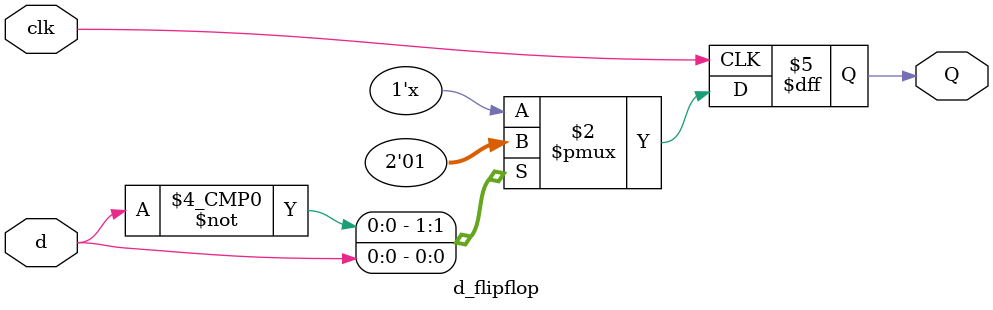
<source format=v>
module d_flipflop(
    input wire d,    
    input clk,
    output reg Q 
    );
    
    
always @(posedge clk)

begin
case(d)

1'b0: Q <= 0;
1'b1: Q <= 1;


endcase
end
endmodule

</source>
